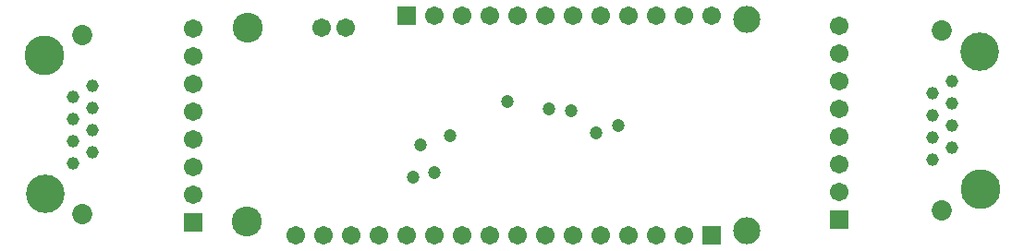
<source format=gbs>
G04 Layer_Color=16711935*
%FSAX25Y25*%
%MOIN*%
G70*
G01*
G75*
%ADD86R,0.06706X0.06706*%
%ADD88C,0.06706*%
%ADD89C,0.10800*%
%ADD90C,0.09800*%
%ADD91C,0.07296*%
%ADD92C,0.13910*%
%ADD93C,0.14304*%
%ADD94C,0.04619*%
%ADD95R,0.06706X0.06706*%
%ADD96C,0.04737*%
D86*
X0485000Y0376500D02*
D03*
X0375000Y0456102D02*
D03*
D88*
X0344331Y0451693D02*
D03*
X0352992D02*
D03*
X0530905Y0452205D02*
D03*
Y0442205D02*
D03*
Y0432205D02*
D03*
Y0422205D02*
D03*
Y0412205D02*
D03*
Y0402205D02*
D03*
Y0392205D02*
D03*
X0297795Y0451181D02*
D03*
Y0441181D02*
D03*
Y0431181D02*
D03*
Y0421181D02*
D03*
Y0411181D02*
D03*
Y0401181D02*
D03*
Y0391181D02*
D03*
X0335000Y0376500D02*
D03*
X0345000D02*
D03*
X0355000D02*
D03*
X0365000D02*
D03*
X0375000D02*
D03*
X0385000D02*
D03*
X0395000D02*
D03*
X0405000D02*
D03*
X0415000D02*
D03*
X0425000D02*
D03*
X0435000D02*
D03*
X0445000D02*
D03*
X0455000D02*
D03*
X0465000D02*
D03*
X0475000D02*
D03*
X0385000Y0456102D02*
D03*
X0395000D02*
D03*
X0405000D02*
D03*
X0415000D02*
D03*
X0425000D02*
D03*
X0435000D02*
D03*
X0445000D02*
D03*
X0455000D02*
D03*
X0465000D02*
D03*
X0475000D02*
D03*
X0485000D02*
D03*
D89*
X0317717Y0451575D02*
D03*
X0317323Y0381496D02*
D03*
D90*
X0497480Y0378346D02*
D03*
Y0454606D02*
D03*
D91*
X0568071Y0450512D02*
D03*
Y0385709D02*
D03*
X0257992Y0384291D02*
D03*
Y0449094D02*
D03*
D92*
X0581535Y0443032D02*
D03*
X0244528Y0391772D02*
D03*
D93*
X0581850Y0393189D02*
D03*
X0244213Y0441614D02*
D03*
D94*
X0564567Y0427992D02*
D03*
X0564528Y0420000D02*
D03*
Y0412008D02*
D03*
Y0404016D02*
D03*
X0571575Y0432205D02*
D03*
Y0424213D02*
D03*
Y0416221D02*
D03*
Y0408228D02*
D03*
X0261496Y0406811D02*
D03*
X0261535Y0414803D02*
D03*
Y0422795D02*
D03*
Y0430787D02*
D03*
X0254488Y0402598D02*
D03*
Y0410591D02*
D03*
Y0418583D02*
D03*
Y0426575D02*
D03*
D95*
X0530905Y0382205D02*
D03*
X0297795Y0381181D02*
D03*
D96*
X0451260Y0416299D02*
D03*
X0434252Y0421772D02*
D03*
X0426181Y0422244D02*
D03*
X0443189Y0413543D02*
D03*
X0411221Y0425000D02*
D03*
X0377165Y0397584D02*
D03*
X0380000Y0409213D02*
D03*
X0385039Y0399213D02*
D03*
X0390472Y0412795D02*
D03*
M02*

</source>
